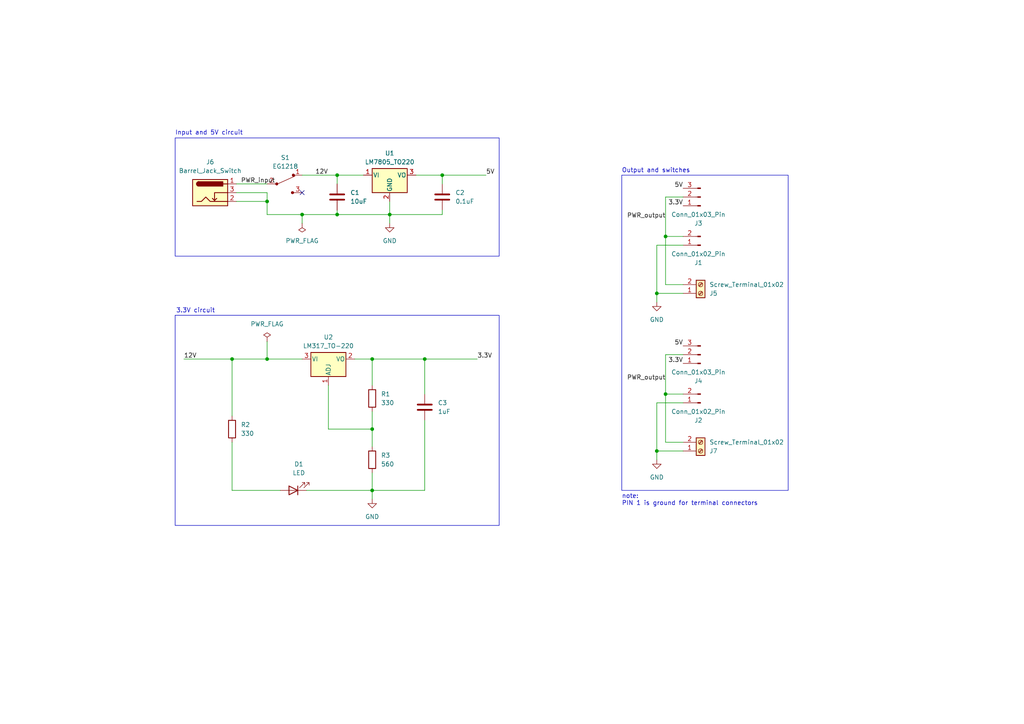
<source format=kicad_sch>
(kicad_sch (version 20250114) (generator "eeschema") (generator_version "9.0")
  (paper "A4")
  (title_block (title "Breadboard Power Supply") (date "2025-06-12") (rev "1") (company "Gyronix"))
  (lib_symbols
    (symbol "Connector:Barrel_Jack_Switch" (pin_names (hide yes))
      (property "Reference" "J" (at 0 5.334 0))
      (property "Value" "Barrel_Jack_Switch" (at 0 -5.08 0))
      (symbol "Barrel_Jack_Switch_0_1"
        (rectangle (start -5.08 3.81) (end 5.08 -3.81) (stroke (width 0.254)) (fill (type background)))
        (polyline (pts (xy -3.81 -2.54) (xy -2.54 -2.54) (xy -1.27 -1.27) (xy 0 -2.54) (xy 2.54 -2.54) (xy 5.08 -2.54)) (stroke (width 0.254)))
        (arc (start -3.302 1.905) (mid -3.9343 2.54) (end -3.302 3.175) (stroke (width 0.254)))
        (arc (start -3.302 1.905) (mid -3.9343 2.54) (end -3.302 3.175) (stroke (width 0.254)) (fill (type outline)))
        (polyline (pts (xy 1.27 -2.286) (xy 1.905 -1.651)) (stroke (width 0.254)))
        (rectangle (start 3.683 3.175) (end -3.302 1.905) (stroke (width 0.254)) (fill (type outline)))
        (polyline (pts (xy 5.08 2.54) (xy 3.81 2.54)) (stroke (width 0.254)))
        (polyline (pts (xy 5.08 0) (xy 1.27 0) (xy 1.27 -2.286) (xy 0.635 -1.651)) (stroke (width 0.254)))
      )
      (symbol "Barrel_Jack_Switch_1_1"
        (pin passive line (at 7.62 2.54 180) (length 2.54) (name "~") (number "1"))
        (pin passive line (at 7.62 0 180) (length 2.54) (name "~") (number "3"))
        (pin passive line (at 7.62 -2.54 180) (length 2.54) (name "~") (number "2"))
      )
    )
    (symbol "Connector:Conn_01x02_Pin" (pin_names (offset 1.016) (hide yes))
      (property "Reference" "J" (at 0 2.54 0))
      (property "Value" "Conn_01x02_Pin" (at 0 -5.08 0))
      (symbol "Conn_01x02_Pin_1_1"
        (rectangle (start 0.8636 0.127) (end 0 -0.127) (stroke (width 0.1524)) (fill (type outline)))
        (rectangle (start 0.8636 -2.413) (end 0 -2.667) (stroke (width 0.1524)) (fill (type outline)))
        (polyline (pts (xy 1.27 0) (xy 0.8636 0)) (stroke (width 0.1524)))
        (polyline (pts (xy 1.27 -2.54) (xy 0.8636 -2.54)) (stroke (width 0.1524)))
        (pin passive line (at 5.08 0 180) (length 3.81) (name "Pin_1") (number "1"))
        (pin passive line (at 5.08 -2.54 180) (length 3.81) (name "Pin_2") (number "2"))
      )
    )
    (symbol "Connector:Conn_01x03_Pin" (pin_names (offset 1.016) (hide yes))
      (property "Reference" "J" (at 0 5.08 0))
      (property "Value" "Conn_01x03_Pin" (at 0 -5.08 0))
      (symbol "Conn_01x03_Pin_1_1"
        (rectangle (start 0.8636 2.667) (end 0 2.413) (stroke (width 0.1524)) (fill (type outline)))
        (rectangle (start 0.8636 0.127) (end 0 -0.127) (stroke (width 0.1524)) (fill (type outline)))
        (rectangle (start 0.8636 -2.413) (end 0 -2.667) (stroke (width 0.1524)) (fill (type outline)))
        (polyline (pts (xy 1.27 2.54) (xy 0.8636 2.54)) (stroke (width 0.1524)))
        (polyline (pts (xy 1.27 0) (xy 0.8636 0)) (stroke (width 0.1524)))
        (polyline (pts (xy 1.27 -2.54) (xy 0.8636 -2.54)) (stroke (width 0.1524)))
        (pin passive line (at 5.08 2.54 180) (length 3.81) (name "Pin_1") (number "1"))
        (pin passive line (at 5.08 0 180) (length 3.81) (name "Pin_2") (number "2"))
        (pin passive line (at 5.08 -2.54 180) (length 3.81) (name "Pin_3") (number "3"))
      )
    )
    (symbol "Connector:Screw_Terminal_01x02" (pin_names (offset 1.016) (hide yes))
      (property "Reference" "J" (at 0 2.54 0))
      (property "Value" "Screw_Terminal_01x02" (at 0 -5.08 0))
      (symbol "Screw_Terminal_01x02_1_1"
        (rectangle (start -1.27 1.27) (end 1.27 -3.81) (stroke (width 0.254)) (fill (type background)))
        (polyline (pts (xy -0.5334 0.3302) (xy 0.3302 -0.508)) (stroke (width 0.1524)))
        (polyline (pts (xy -0.5334 -2.2098) (xy 0.3302 -3.048)) (stroke (width 0.1524)))
        (polyline (pts (xy -0.3556 0.508) (xy 0.508 -0.3302)) (stroke (width 0.1524)))
        (polyline (pts (xy -0.3556 -2.032) (xy 0.508 -2.8702)) (stroke (width 0.1524)))
        (circle (center 0 0) (radius 0.635) (stroke (width 0.1524)))
        (circle (center 0 -2.54) (radius 0.635) (stroke (width 0.1524)))
        (pin passive line (at -5.08 0 0) (length 3.81) (name "Pin_1") (number "1"))
        (pin passive line (at -5.08 -2.54 0) (length 3.81) (name "Pin_2") (number "2"))
      )
    )
    (symbol "Device:C" (pin_numbers (hide yes)) (pin_names (offset 0.254))
      (property "Reference" "C" (at 0.635 2.54 0))
      (property "Value" "C" (at 0.635 -2.54 0))
      (symbol "C_0_1"
        (polyline (pts (xy -2.032 0.762) (xy 2.032 0.762)) (stroke (width 0.508)))
        (polyline (pts (xy -2.032 -0.762) (xy 2.032 -0.762)) (stroke (width 0.508)))
      )
      (symbol "C_1_1"
        (pin passive line (at 0 3.81 270) (length 2.794) (name "~") (number "1"))
        (pin passive line (at 0 -3.81 90) (length 2.794) (name "~") (number "2"))
      )
    )
    (symbol "Device:LED" (pin_numbers (hide yes)) (pin_names (offset 1.016) (hide yes))
      (property "Reference" "D" (at 0 2.54 0))
      (property "Value" "LED" (at 0 -2.54 0))
      (symbol "LED_0_1"
        (polyline (pts (xy -3.048 -0.762) (xy -4.572 -2.286) (xy -3.81 -2.286) (xy -4.572 -2.286) (xy -4.572 -1.524)))
        (polyline (pts (xy -1.778 -0.762) (xy -3.302 -2.286) (xy -2.54 -2.286) (xy -3.302 -2.286) (xy -3.302 -1.524)))
        (polyline (pts (xy -1.27 0) (xy 1.27 0)))
        (polyline (pts (xy -1.27 -1.27) (xy -1.27 1.27)) (stroke (width 0.254)))
        (polyline (pts (xy 1.27 -1.27) (xy 1.27 1.27) (xy -1.27 0) (xy 1.27 -1.27)) (stroke (width 0.254)))
      )
      (symbol "LED_1_1"
        (pin passive line (at -3.81 0 0) (length 2.54) (name "K") (number "1"))
        (pin passive line (at 3.81 0 180) (length 2.54) (name "A") (number "2"))
      )
    )
    (symbol "Device:R" (pin_numbers (hide yes)) (pin_names (offset 0))
      (property "Reference" "R" (at 2.032 0 90))
      (property "Value" "R" (at 0 0 90))
      (symbol "R_0_1"
        (rectangle (start -1.016 -2.54) (end 1.016 2.54) (stroke (width 0.254)))
      )
      (symbol "R_1_1"
        (pin passive line (at 0 3.81 270) (length 1.27) (name "~") (number "1"))
        (pin passive line (at 0 -3.81 90) (length 1.27) (name "~") (number "2"))
      )
    )
    (symbol "Regulator_Linear:LM317_TO-220" (pin_names (offset 0.254))
      (property "Reference" "U" (at -3.81 3.175 0))
      (property "Value" "LM317_TO-220" (at 0 3.175 0))
      (symbol "LM317_TO-220_0_1"
        (rectangle (start -5.08 1.905) (end 5.08 -5.08) (stroke (width 0.254)) (fill (type background)))
      )
      (symbol "LM317_TO-220_1_1"
        (pin power_in line (at -7.62 0 0) (length 2.54) (name "VI") (number "3"))
        (pin input line (at 0 -7.62 90) (length 2.54) (name "ADJ") (number "1"))
        (pin power_out line (at 7.62 0 180) (length 2.54) (name "VO") (number "2"))
      )
    )
    (symbol "Regulator_Linear:LM7805_TO220" (pin_names (offset 0.254))
      (property "Reference" "U" (at -3.81 3.175 0))
      (property "Value" "LM7805_TO220" (at 0 3.175 0))
      (symbol "LM7805_TO220_0_1"
        (rectangle (start -5.08 1.905) (end 5.08 -5.08) (stroke (width 0.254)) (fill (type background)))
      )
      (symbol "LM7805_TO220_1_1"
        (pin power_in line (at -7.62 0 0) (length 2.54) (name "VI") (number "1"))
        (pin power_in line (at 0 -7.62 90) (length 2.54) (name "GND") (number "2"))
        (pin power_out line (at 7.62 0 180) (length 2.54) (name "VO") (number "3"))
      )
    )
    (symbol "dk_Slide-Switches:EG1218" (pin_names (offset 0))
      (property "Reference" "S" (at -3.81 2.286 0))
      (property "Value" "EG1218" (at 0 -5.334 0))
      (symbol "EG1218_0_1"
        (circle (center -2.286 0) (radius 0.3556) (fill (type outline)))
        (polyline (pts (xy -2.032 0) (xy 3.048 2.286)))
        (circle (center 2.286 -2.54) (radius 0.3556) (fill (type outline)))
        (circle (center 2.54 2.54) (radius 0.3556) (fill (type outline)))
      )
      (symbol "EG1218_1_1"
        (pin passive line (at -5.08 0 0) (length 2.54) (name "~") (number "2"))
        (pin passive line (at 5.08 2.54 180) (length 2.54) (name "~") (number "1"))
        (pin passive line (at 5.08 -2.54 180) (length 2.54) (name "~") (number "3"))
      )
    )
    (symbol "power:GND" (power) (pin_numbers (hide yes)) (pin_names (offset 0) (hide yes))
      (property "Value" "GND" (at 0 -3.81 0))
      (symbol "GND_0_1"
        (polyline (pts (xy 0 0) (xy 0 -1.27) (xy 1.27 -1.27) (xy 0 -2.54) (xy -1.27 -1.27) (xy 0 -1.27)))
      )
      (symbol "GND_1_1"
        (pin power_in line (at 0 0 270) (length 0) (name "~") (number "1"))
      )
    )
    (symbol "power:PWR_FLAG" (power) (pin_numbers (hide yes)) (pin_names (offset 0) (hide yes))
      (property "Value" "PWR_FLAG" (at 0 3.81 0))
      (symbol "PWR_FLAG_0_0"
        (pin power_out line (at 0 0 90) (length 0) (name "~") (number "1"))
      )
      (symbol "PWR_FLAG_0_1"
        (polyline (pts (xy 0 0) (xy 0 1.27) (xy -1.016 1.905) (xy 0 2.54) (xy 1.016 1.905) (xy 0 1.27)))
      )
    )
  )
  (rectangle (start 180.34 50.8) (end 228.6 142.24))
  (rectangle (start 50.8 91.44) (end 144.78 152.4))
  (rectangle (start 50.8 40.005) (end 144.78 74.295))
  (text "Input and 5V circuit" (at 50.8 38.608 0) (effects (font (size 1.27 1.27)) (justify left)))
  (text "note:\nPIN 1 is ground for terminal connectors" (at 180.34 145.034 0) (effects (font (size 1.27 1.27)) (justify left)))
  (text "3.3V circuit" (at 51.054 90.17 0) (effects (font (size 1.27 1.27)) (justify left)))
  (text "Output and switches" (at 180.34 49.53 0) (effects (font (size 1.27 1.27)) (justify left)))
  (junction (at 193.04 114.3))
  (junction (at 190.5 130.81))
  (junction (at 87.63 62.23))
  (junction (at 190.5 85.09))
  (junction (at 77.47 104.14))
  (junction (at 97.79 50.8))
  (junction (at 193.04 68.58))
  (junction (at 67.31 104.14))
  (junction (at 113.03 62.23))
  (junction (at 107.95 104.14))
  (junction (at 107.95 124.46))
  (junction (at 77.47 58.42))
  (junction (at 107.95 142.24))
  (junction (at 128.27 50.8))
  (junction (at 97.79 62.23))
  (junction (at 123.19 104.14))
  (no_connect (at 87.63 55.88))
  (wire (pts (xy 193.04 68.58) (xy 193.04 82.55)))
  (wire (pts (xy 77.47 99.06) (xy 77.47 104.14)))
  (wire (pts (xy 198.12 57.15) (xy 193.04 57.15)))
  (wire (pts (xy 77.47 62.23) (xy 87.63 62.23)))
  (wire (pts (xy 198.12 68.58) (xy 193.04 68.58)))
  (wire (pts (xy 97.79 50.8) (xy 105.41 50.8)))
  (wire (pts (xy 190.5 130.81) (xy 198.12 130.81)))
  (wire (pts (xy 123.19 104.14) (xy 138.43 104.14)))
  (wire (pts (xy 68.58 58.42) (xy 77.47 58.42)))
  (wire (pts (xy 67.31 104.14) (xy 77.47 104.14)))
  (wire (pts (xy 190.5 71.12) (xy 198.12 71.12)))
  (wire (pts (xy 128.27 50.8) (xy 140.97 50.8)))
  (wire (pts (xy 107.95 104.14) (xy 107.95 111.76)))
  (wire (pts (xy 95.25 111.76) (xy 95.25 124.46)))
  (wire (pts (xy 193.04 102.87) (xy 193.04 114.3)))
  (wire (pts (xy 190.5 116.84) (xy 190.5 130.81)))
  (wire (pts (xy 53.34 104.14) (xy 67.31 104.14)))
  (wire (pts (xy 190.5 85.09) (xy 190.5 87.63)))
  (wire (pts (xy 123.19 142.24) (xy 107.95 142.24)))
  (wire (pts (xy 113.03 62.23) (xy 113.03 64.77)))
  (wire (pts (xy 87.63 62.23) (xy 87.63 64.77)))
  (wire (pts (xy 193.04 57.15) (xy 193.04 68.58)))
  (wire (pts (xy 193.04 114.3) (xy 198.12 114.3)))
  (wire (pts (xy 190.5 71.12) (xy 190.5 85.09)))
  (wire (pts (xy 87.63 62.23) (xy 97.79 62.23)))
  (wire (pts (xy 68.58 53.34) (xy 77.47 53.34)))
  (wire (pts (xy 193.04 82.55) (xy 198.12 82.55)))
  (wire (pts (xy 198.12 128.27) (xy 193.04 128.27)))
  (wire (pts (xy 77.47 104.14) (xy 87.63 104.14)))
  (wire (pts (xy 107.95 119.38) (xy 107.95 124.46)))
  (wire (pts (xy 107.95 142.24) (xy 88.9 142.24)))
  (wire (pts (xy 77.47 58.42) (xy 77.47 62.23)))
  (wire (pts (xy 97.79 50.8) (xy 97.79 53.34)))
  (wire (pts (xy 102.87 104.14) (xy 107.95 104.14)))
  (wire (pts (xy 107.95 142.24) (xy 107.95 144.78)))
  (wire (pts (xy 67.31 128.27) (xy 67.31 142.24)))
  (wire (pts (xy 198.12 116.84) (xy 190.5 116.84)))
  (wire (pts (xy 113.03 58.42) (xy 113.03 62.23)))
  (wire (pts (xy 97.79 60.96) (xy 97.79 62.23)))
  (wire (pts (xy 198.12 102.87) (xy 193.04 102.87)))
  (wire (pts (xy 87.63 50.8) (xy 97.79 50.8)))
  (wire (pts (xy 128.27 60.96) (xy 128.27 62.23)))
  (wire (pts (xy 113.03 62.23) (xy 128.27 62.23)))
  (wire (pts (xy 67.31 104.14) (xy 67.31 120.65)))
  (wire (pts (xy 123.19 104.14) (xy 123.19 114.3)))
  (wire (pts (xy 68.58 55.88) (xy 77.47 55.88)))
  (wire (pts (xy 120.65 50.8) (xy 128.27 50.8)))
  (wire (pts (xy 95.25 124.46) (xy 107.95 124.46)))
  (wire (pts (xy 190.5 85.09) (xy 198.12 85.09)))
  (wire (pts (xy 77.47 55.88) (xy 77.47 58.42)))
  (wire (pts (xy 107.95 124.46) (xy 107.95 129.54)))
  (wire (pts (xy 107.95 104.14) (xy 123.19 104.14)))
  (wire (pts (xy 107.95 137.16) (xy 107.95 142.24)))
  (wire (pts (xy 67.31 142.24) (xy 81.28 142.24)))
  (wire (pts (xy 190.5 130.81) (xy 190.5 133.35)))
  (wire (pts (xy 123.19 121.92) (xy 123.19 142.24)))
  (wire (pts (xy 193.04 128.27) (xy 193.04 114.3)))
  (wire (pts (xy 97.79 62.23) (xy 113.03 62.23)))
  (wire (pts (xy 128.27 50.8) (xy 128.27 53.34)))
  (label "PWR_output" (at 193.04 110.49 180))
  (label "5V" (at 140.97 50.8 0))
  (label "5V" (at 198.12 54.61 180))
  (label "12V" (at 53.34 104.14 0))
  (label "3.3V" (at 198.12 59.69 180))
  (label "12V" (at 91.44 50.8 0))
  (label "PWR_input" (at 69.85 53.34 0))
  (label "3.3V" (at 198.12 105.41 180))
  (label "PWR_output" (at 193.04 63.5 180))
  (label "5V" (at 198.12 100.33 180))
  (label "3.3V" (at 138.43 104.14 0))
  (symbol (lib_id "power:GND") (at 190.5 87.63 0) (unit 1)
    (property "Reference" "#PWR03" (effects (hide yes)))
    (property "Value" "GND" (at 190.5 92.71 0))
    (property "Description" "Power symbol creates a global label with name \"GND\" , ground" (effects (hide yes)))
  )
  (symbol (lib_id "power:GND") (at 113.03 64.77 0) (unit 1)
    (property "Reference" "#PWR01" (effects (hide yes)))
    (property "Value" "GND" (at 113.03 69.85 0))
    (property "Description" "Power symbol creates a global label with name \"GND\" , ground" (effects (hide yes)))
  )
  (symbol (lib_id "Device:R") (at 107.95 133.35 180) (unit 1)
    (property "Reference" "R3" (at 110.49 132.0799 0) (effects (justify right)))
    (property "Value" "560" (at 110.49 134.6199 0) (effects (justify right)))
    (property "Footprint" "Resistor_THT:R_Axial_DIN0204_L3.6mm_D1.6mm_P7.62mm_Horizontal" (effects (hide yes)))
    (property "Description" "Resistor" (effects (hide yes)))
  )
  (symbol (lib_id "power:PWR_FLAG") (at 77.47 99.06 0) (unit 1)
    (property "Reference" "#FLG02" (effects (hide yes)))
    (property "Value" "PWR_FLAG" (at 77.47 93.98 0))
    (property "Description" "Special symbol for telling ERC where power comes from" (effects (hide yes)))
  )
  (symbol (lib_id "Device:R") (at 107.95 115.57 180) (unit 1)
    (property "Reference" "R1" (at 110.49 114.2999 0) (effects (justify right)))
    (property "Value" "330" (at 110.49 116.8399 0) (effects (justify right)))
    (property "Footprint" "Resistor_THT:R_Axial_DIN0204_L3.6mm_D1.6mm_P7.62mm_Horizontal" (effects (hide yes)))
    (property "Description" "Resistor" (effects (hide yes)))
  )
  (symbol (lib_id "Device:R") (at 67.31 124.46 180) (unit 1)
    (property "Reference" "R2" (at 69.85 123.1899 0) (effects (justify right)))
    (property "Value" "330" (at 69.85 125.7299 0) (effects (justify right)))
    (property "Footprint" "Resistor_THT:R_Axial_DIN0204_L3.6mm_D1.6mm_P7.62mm_Horizontal" (effects (hide yes)))
    (property "Description" "Resistor" (effects (hide yes)))
  )
  (symbol (lib_id "Connector:Screw_Terminal_01x02") (at 203.2 85.09 0) (mirror x) (unit 1)
    (property "Reference" "J5" (at 205.74 85.0901 0) (effects (justify left)))
    (property "Value" "Screw_Terminal_01x02" (at 205.74 82.5501 0) (effects (justify left)))
    (property "Footprint" "TerminalBlock_Phoenix:TerminalBlock_Phoenix_MKDS-1,5-2-5.08_1x02_P5.08mm_Horizontal" (effects (hide yes)))
    (property "Description" "Generic screw terminal, single row, 01x02, script generated (kicad-library-utils/schlib/autogen/connector/)" (effects (hide yes)))
  )
  (symbol (lib_id "Connector:Screw_Terminal_01x02") (at 203.2 130.81 0) (mirror x) (unit 1)
    (property "Reference" "J7" (at 205.74 130.8101 0) (effects (justify left)))
    (property "Value" "Screw_Terminal_01x02" (at 205.74 128.2701 0) (effects (justify left)))
    (property "Footprint" "TerminalBlock_Phoenix:TerminalBlock_Phoenix_MKDS-1,5-2-5.08_1x02_P5.08mm_Horizontal" (effects (hide yes)))
    (property "Description" "Generic screw terminal, single row, 01x02, script generated (kicad-library-utils/schlib/autogen/connector/)" (effects (hide yes)))
  )
  (symbol (lib_id "power:GND") (at 107.95 144.78 0) (unit 1)
    (property "Reference" "#PWR02" (effects (hide yes)))
    (property "Value" "GND" (at 107.95 149.86 0))
    (property "Description" "Power symbol creates a global label with name \"GND\" , ground" (effects (hide yes)))
  )
  (symbol (lib_id "Device:LED") (at 85.09 142.24 180) (unit 1)
    (property "Reference" "D1" (at 86.6775 134.62 0))
    (property "Value" "LED" (at 86.6775 137.16 0))
    (property "Footprint" "LED_THT:LED_D5.0mm" (effects (hide yes)))
    (property "Description" "Light emitting diode" (effects (hide yes)))
    (property "Sim.Pins" "1=K 2=A" (effects (hide yes)))
  )
  (symbol (lib_id "Device:C") (at 128.27 57.15 0) (unit 1)
    (property "Reference" "C2" (at 132.08 55.8799 0) (effects (justify left)))
    (property "Value" "0.1uF" (at 132.08 58.4199 0) (effects (justify left)))
    (property "Footprint" "Capacitor_THT:C_Disc_D3.0mm_W1.6mm_P2.50mm" (effects (hide yes)))
    (property "Description" "Unpolarized capacitor" (effects (hide yes)))
  )
  (symbol (lib_id "Connector:Barrel_Jack_Switch") (at 60.96 55.88 0) (unit 1)
    (property "Reference" "J6" (at 60.96 46.99 0))
    (property "Value" "Barrel_Jack_Switch" (at 60.96 49.53 0))
    (property "Footprint" "Connector_BarrelJack:BarrelJack_Horizontal" (effects (hide yes)))
    (property "Description" "DC Barrel Jack with an internal switch" (effects (hide yes)))
  )
  (symbol (lib_id "Regulator_Linear:LM7805_TO220") (at 113.03 50.8 0) (unit 1)
    (property "Reference" "U1" (at 113.03 44.45 0))
    (property "Value" "LM7805_TO220" (at 113.03 46.99 0))
    (property "Footprint" "Package_TO_SOT_THT:TO-220-3_Vertical" (effects (hide yes)))
    (property "Datasheet" "https://www.onsemi.cn/PowerSolutions/document/MC7800-D.PDF" (effects (hide yes)))
    (property "Description" "Positive 1A 35V Linear Regulator, Fixed Output 5V, TO-220" (effects (hide yes)))
  )
  (symbol (lib_id "Regulator_Linear:LM317_TO-220") (at 95.25 104.14 0) (unit 1)
    (property "Reference" "U2" (at 95.25 97.79 0))
    (property "Value" "LM317_TO-220" (at 95.25 100.33 0))
    (property "Footprint" "Package_TO_SOT_THT:TO-220-3_Vertical" (effects (hide yes)))
    (property "Datasheet" "http://www.ti.com/lit/ds/symlink/lm317.pdf" (effects (hide yes)))
    (property "Description" "1.5A 35V Adjustable Linear Regulator, TO-220" (effects (hide yes)))
  )
  (symbol (lib_id "Connector:Conn_01x02_Pin") (at 203.2 71.12 180) (unit 1)
    (property "Reference" "J1" (at 202.565 76.2 0))
    (property "Value" "Conn_01x02_Pin" (at 202.565 73.66 0))
    (property "Footprint" "Connector_PinHeader_2.54mm:PinHeader_1x02_P2.54mm_Vertical" (effects (hide yes)))
    (property "Description" "Generic connector, single row, 01x02, script generated" (effects (hide yes)))
  )
  (symbol (lib_id "power:PWR_FLAG") (at 87.63 64.77 180) (unit 1)
    (property "Reference" "#FLG01" (effects (hide yes)))
    (property "Value" "PWR_FLAG" (at 87.63 69.85 0))
    (property "Description" "Special symbol for telling ERC where power comes from" (effects (hide yes)))
  )
  (symbol (lib_id "Device:C") (at 97.79 57.15 0) (unit 1)
    (property "Reference" "C1" (at 101.6 55.8799 0) (effects (justify left)))
    (property "Value" "10uF" (at 101.6 58.4199 0) (effects (justify left)))
    (property "Footprint" "Capacitor_THT:C_Disc_D3.0mm_W1.6mm_P2.50mm" (effects (hide yes)))
    (property "Description" "Unpolarized capacitor" (effects (hide yes)))
  )
  (symbol (lib_id "Connector:Conn_01x03_Pin") (at 203.2 102.87 180) (unit 1)
    (property "Reference" "J4" (at 202.565 110.49 0))
    (property "Value" "Conn_01x03_Pin" (at 202.565 107.95 0))
    (property "Footprint" "Connector_PinHeader_2.54mm:PinHeader_1x03_P2.54mm_Vertical" (effects (hide yes)))
    (property "Description" "Generic connector, single row, 01x03, script generated" (effects (hide yes)))
  )
  (symbol (lib_id "Connector:Conn_01x03_Pin") (at 203.2 57.15 180) (unit 1)
    (property "Reference" "J3" (at 202.565 64.77 0))
    (property "Value" "Conn_01x03_Pin" (at 202.565 62.23 0))
    (property "Footprint" "Connector_PinHeader_2.54mm:PinHeader_1x03_P2.54mm_Vertical" (effects (hide yes)))
    (property "Description" "Generic connector, single row, 01x03, script generated" (effects (hide yes)))
  )
  (symbol (lib_id "Device:C") (at 123.19 118.11 0) (unit 1)
    (property "Reference" "C3" (at 127 116.8399 0) (effects (justify left)))
    (property "Value" "1uF" (at 127 119.3799 0) (effects (justify left)))
    (property "Footprint" "Capacitor_THT:C_Disc_D3.0mm_W1.6mm_P2.50mm" (effects (hide yes)))
    (property "Description" "Unpolarized capacitor" (effects (hide yes)))
  )
  (symbol (lib_id "Connector:Conn_01x02_Pin") (at 203.2 116.84 180) (unit 1)
    (property "Reference" "J2" (at 202.565 121.92 0))
    (property "Value" "Conn_01x02_Pin" (at 202.565 119.38 0))
    (property "Footprint" "Connector_PinHeader_2.54mm:PinHeader_1x02_P2.54mm_Vertical" (effects (hide yes)))
    (property "Description" "Generic connector, single row, 01x02, script generated" (effects (hide yes)))
  )
  (symbol (lib_id "dk_Slide-Switches:EG1218") (at 82.55 53.34 0) (unit 1)
    (property "Reference" "S1" (at 82.7532 45.72 0))
    (property "Value" "EG1218" (at 82.7532 48.26 0))
    (property "Footprint" "Button_Switch_THT:SW_Slide_SPDT_Straight_CK_OS102011MS2Q" (effects (hide yes)))
    (property "Datasheet" "http://spec_sheets.e-switch.com/specs/P040040.pdf" (effects (hide yes)))
    (property "Description" "SWITCH SLIDE SPDT 200MA 30V" (effects (hide yes)))
    (property "Digi-Key_PN" "EG1903-ND" (effects (hide yes)))
    (property "MPN" "EG1218" (effects (hide yes)))
    (property "Category" "Switches" (effects (hide yes)))
    (property "Family" "Slide Switches" (effects (hide yes)))
    (property "DK_Datasheet_Link" "http://spec_sheets.e-switch.com/specs/P040040.pdf" (effects (hide yes)))
    (property "DK_Detail_Page" "/product-detail/en/e-switch/EG1218/EG1903-ND/101726" (effects (hide yes)))
    (property "Description_1" "SWITCH SLIDE SPDT 200MA 30V" (effects (hide yes)))
    (property "Manufacturer" "E-Switch" (effects (hide yes)))
    (property "Status" "Active" (effects (hide yes)))
  )
  (symbol (lib_id "power:GND") (at 190.5 133.35 0) (unit 1)
    (property "Reference" "#PWR04" (effects (hide yes)))
    (property "Value" "GND" (at 190.5 138.43 0))
    (property "Description" "Power symbol creates a global label with name \"GND\" , ground" (effects (hide yes)))
  )
)
</source>
